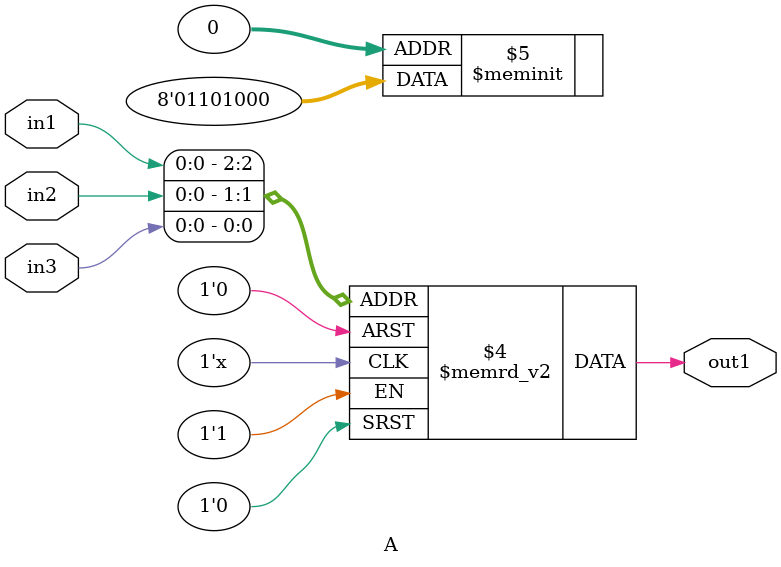
<source format=v>
module A(output out1,  input in1, in2, in3);
  reg r_out;
  assign out = r_out;
  always@(in1,in2,in3)
    begin
      case({in1,in2,in3})
        3'b000: {out1} = 1'b0;
        3'b001: {out1} = 1'b0;
        3'b010: {out1} = 1'b0;
        3'b011: {out1} = 1'b1;
        3'b100: {out1} = 1'b0;
        3'b101: {out1} = 1'b1;
        3'b110: {out1} = 1'b1;
        3'b111: {out1} = 1'b0;
      endcase
    end
endmodule

</source>
